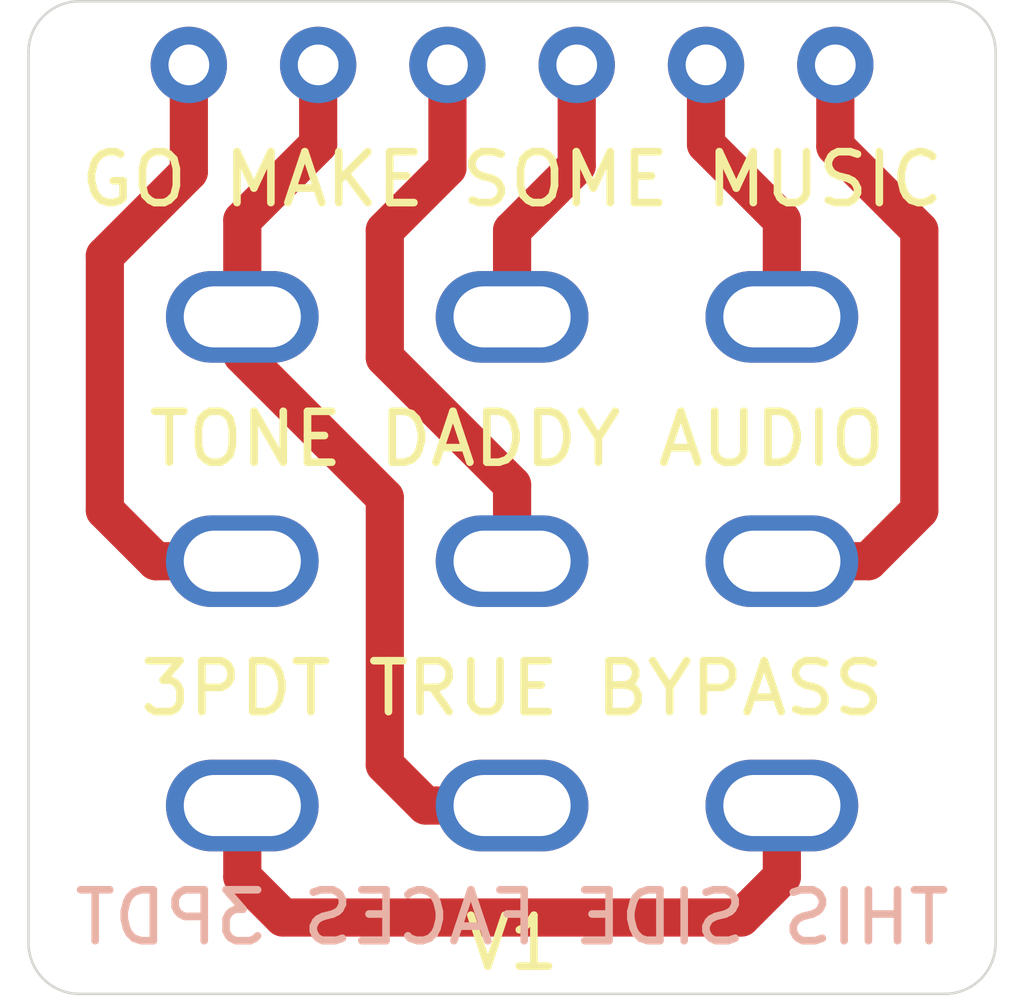
<source format=kicad_pcb>
(kicad_pcb (version 20171130) (host pcbnew "(5.1.6)-1")

  (general
    (thickness 1.6)
    (drawings 17)
    (tracks 40)
    (zones 0)
    (modules 2)
    (nets 8)
  )

  (page A4)
  (layers
    (0 F.Cu signal)
    (31 B.Cu signal)
    (32 B.Adhes user)
    (33 F.Adhes user)
    (34 B.Paste user)
    (35 F.Paste user)
    (36 B.SilkS user)
    (37 F.SilkS user)
    (38 B.Mask user)
    (39 F.Mask user)
    (40 Dwgs.User user hide)
    (41 Cmts.User user)
    (42 Eco1.User user)
    (43 Eco2.User user)
    (44 Edge.Cuts user)
    (45 Margin user)
    (46 B.CrtYd user)
    (47 F.CrtYd user hide)
    (48 B.Fab user)
    (49 F.Fab user hide)
  )

  (setup
    (last_trace_width 0.25)
    (user_trace_width 0.5)
    (user_trace_width 0.75)
    (trace_clearance 0.2)
    (zone_clearance 0.508)
    (zone_45_only no)
    (trace_min 0.2)
    (via_size 0.8)
    (via_drill 0.4)
    (via_min_size 0.4)
    (via_min_drill 0.3)
    (uvia_size 0.3)
    (uvia_drill 0.1)
    (uvias_allowed no)
    (uvia_min_size 0.2)
    (uvia_min_drill 0.1)
    (edge_width 0.05)
    (segment_width 0.2)
    (pcb_text_width 0.3)
    (pcb_text_size 1.5 1.5)
    (mod_edge_width 0.12)
    (mod_text_size 1 1)
    (mod_text_width 0.15)
    (pad_size 1.524 1.524)
    (pad_drill 0.762)
    (pad_to_mask_clearance 0.05)
    (aux_axis_origin 0 0)
    (grid_origin 152.300001 89.840001)
    (visible_elements 7FFFFFFF)
    (pcbplotparams
      (layerselection 0x010f0_ffffffff)
      (usegerberextensions false)
      (usegerberattributes true)
      (usegerberadvancedattributes true)
      (creategerberjobfile true)
      (excludeedgelayer true)
      (linewidth 0.100000)
      (plotframeref false)
      (viasonmask false)
      (mode 1)
      (useauxorigin false)
      (hpglpennumber 1)
      (hpglpenspeed 20)
      (hpglpendiameter 15.000000)
      (psnegative false)
      (psa4output false)
      (plotreference true)
      (plotvalue true)
      (plotinvisibletext false)
      (padsonsilk false)
      (subtractmaskfromsilk false)
      (outputformat 1)
      (mirror false)
      (drillshape 0)
      (scaleselection 1)
      (outputdirectory "C:/Users/azuck/Desktop/tone-daddy/3pdt-true-bypass/FINAL/"))
  )

  (net 0 "")
  (net 1 "Net-(J1-Pad1)")
  (net 2 "Net-(J1-Pad2)")
  (net 3 "Net-(J1-Pad3)")
  (net 4 "Net-(J1-Pad4)")
  (net 5 "Net-(J1-Pad5)")
  (net 6 "Net-(J1-Pad6)")
  (net 7 "Net-(SW1-Pad3)")

  (net_class Default "This is the default net class."
    (clearance 0.2)
    (trace_width 0.25)
    (via_dia 0.8)
    (via_drill 0.4)
    (uvia_dia 0.3)
    (uvia_drill 0.1)
    (add_net "Net-(J1-Pad1)")
    (add_net "Net-(J1-Pad2)")
    (add_net "Net-(J1-Pad3)")
    (add_net "Net-(J1-Pad4)")
    (add_net "Net-(J1-Pad5)")
    (add_net "Net-(J1-Pad6)")
    (add_net "Net-(SW1-Pad3)")
  )

  (module tone-daddy:3PDT (layer F.Cu) (tedit 60DE730D) (tstamp 60DED246)
    (at 152.300001 89.840001)
    (path /60DE9681)
    (fp_text reference SW1 (at 0 7) (layer F.SilkS) hide
      (effects (font (size 1 1) (thickness 0.15)))
    )
    (fp_text value 3PDT (at 0 -0.5) (layer F.Fab)
      (effects (font (size 1 1) (thickness 0.15)))
    )
    (fp_line (start -10 -8.5) (end 0 -8.5) (layer F.Fab) (width 0.12))
    (fp_line (start -10 8.5) (end -10 -8.5) (layer F.Fab) (width 0.12))
    (fp_line (start 10 8.5) (end -10 8.5) (layer F.Fab) (width 0.12))
    (fp_line (start 10 -8.5) (end 10 8.5) (layer F.Fab) (width 0.12))
    (fp_line (start 0 -8.5) (end 10 -8.5) (layer F.Fab) (width 0.12))
    (pad 4 thru_hole oval (at 0 -4.8) (size 3 1.8) (drill oval 2.3 1.2) (layers *.Cu *.Mask)
      (net 4 "Net-(J1-Pad4)"))
    (pad 5 thru_hole oval (at 0 0) (size 3 1.8) (drill oval 2.3 1.2) (layers *.Cu *.Mask)
      (net 3 "Net-(J1-Pad3)"))
    (pad 6 thru_hole oval (at 0 4.8) (size 3 1.8) (drill oval 2.3 1.2) (layers *.Cu *.Mask)
      (net 2 "Net-(J1-Pad2)"))
    (pad 1 thru_hole oval (at -5.3 -4.8) (size 3 1.8) (drill oval 2.3 1.2) (layers *.Cu *.Mask)
      (net 2 "Net-(J1-Pad2)"))
    (pad 2 thru_hole oval (at -5.3 0) (size 3 1.8) (drill oval 2.3 1.2) (layers *.Cu *.Mask)
      (net 1 "Net-(J1-Pad1)"))
    (pad 3 thru_hole oval (at -5.3 4.8) (size 3 1.8) (drill oval 2.3 1.2) (layers *.Cu *.Mask)
      (net 7 "Net-(SW1-Pad3)"))
    (pad 7 thru_hole oval (at 5.3 -4.8) (size 3 1.8) (drill oval 2.3 1.2) (layers *.Cu *.Mask)
      (net 5 "Net-(J1-Pad5)"))
    (pad 8 thru_hole oval (at 5.3 0) (size 3 1.8) (drill oval 2.3 1.2) (layers *.Cu *.Mask)
      (net 6 "Net-(J1-Pad6)"))
    (pad 9 thru_hole oval (at 5.3 4.8) (size 3 1.8) (drill oval 2.3 1.2) (layers *.Cu *.Mask)
      (net 7 "Net-(SW1-Pad3)"))
  )

  (module tone-daddy:1x06 (layer F.Cu) (tedit 60DE73BD) (tstamp 60DED234)
    (at 152.300001 80.090001)
    (path /60DEAB6D)
    (fp_text reference J1 (at 0 2.54) (layer F.SilkS) hide
      (effects (font (size 1 1) (thickness 0.15)))
    )
    (fp_text value Conn_01x06 (at 0 0) (layer F.Fab)
      (effects (font (size 1 1) (thickness 0.15)))
    )
    (pad 1 thru_hole circle (at -6.35 0) (size 1.5 1.5) (drill 0.8) (layers *.Cu *.Mask)
      (net 1 "Net-(J1-Pad1)"))
    (pad 2 thru_hole circle (at -3.81 0) (size 1.5 1.5) (drill 0.8) (layers *.Cu *.Mask)
      (net 2 "Net-(J1-Pad2)"))
    (pad 3 thru_hole circle (at -1.27 0) (size 1.5 1.5) (drill 0.8) (layers *.Cu *.Mask)
      (net 3 "Net-(J1-Pad3)"))
    (pad 4 thru_hole circle (at 1.27 0) (size 1.5 1.5) (drill 0.8) (layers *.Cu *.Mask)
      (net 4 "Net-(J1-Pad4)"))
    (pad 5 thru_hole circle (at 3.81 0) (size 1.5 1.5) (drill 0.8) (layers *.Cu *.Mask)
      (net 5 "Net-(J1-Pad5)"))
    (pad 6 thru_hole circle (at 6.35 0) (size 1.5 1.5) (drill 0.8) (layers *.Cu *.Mask)
      (net 6 "Net-(J1-Pad6)"))
  )

  (gr_arc (start 160.800001 97.340001) (end 160.800001 98.340001) (angle -90) (layer Edge.Cuts) (width 0.05) (tstamp 611A1C2F))
  (gr_arc (start 143.800001 97.340001) (end 142.800001 97.340001) (angle -90) (layer Edge.Cuts) (width 0.05) (tstamp 611A1C2F))
  (gr_text "GO MAKE SOME MUSIC" (at 152.300001 82.340001) (layer F.SilkS)
    (effects (font (size 1 1) (thickness 0.15)))
  )
  (gr_text V1 (at 152.300001 97.340001) (layer F.SilkS)
    (effects (font (size 1 1) (thickness 0.15)))
  )
  (gr_text "3PDT TRUE BYPASS" (at 152.300001 92.340001) (layer F.SilkS)
    (effects (font (size 1 1) (thickness 0.15)))
  )
  (gr_text "TONE DADDY AUDIO" (at 152.400001 87.440001) (layer F.SilkS)
    (effects (font (size 1 1) (thickness 0.15)))
  )
  (dimension 19.5 (width 0.15) (layer Dwgs.User)
    (gr_text "19.500 mm" (at 176.600001 88.590001 90) (layer Dwgs.User)
      (effects (font (size 1 1) (thickness 0.15)))
    )
    (feature1 (pts (xy 161.800001 78.840001) (xy 175.886422 78.840001)))
    (feature2 (pts (xy 161.800001 98.340001) (xy 175.886422 98.340001)))
    (crossbar (pts (xy 175.300001 98.340001) (xy 175.300001 78.840001)))
    (arrow1a (pts (xy 175.300001 78.840001) (xy 175.886422 79.966505)))
    (arrow1b (pts (xy 175.300001 78.840001) (xy 174.71358 79.966505)))
    (arrow2a (pts (xy 175.300001 98.340001) (xy 175.886422 97.213497)))
    (arrow2b (pts (xy 175.300001 98.340001) (xy 174.71358 97.213497)))
  )
  (dimension 18 (width 0.15) (layer Dwgs.User)
    (gr_text "18.000 mm" (at 152.300001 101.14) (layer Dwgs.User)
      (effects (font (size 1 1) (thickness 0.15)))
    )
    (feature1 (pts (xy 161.300001 98.340001) (xy 161.300001 100.426421)))
    (feature2 (pts (xy 143.300001 98.340001) (xy 143.300001 100.426421)))
    (crossbar (pts (xy 143.300001 99.84) (xy 161.300001 99.84)))
    (arrow1a (pts (xy 161.300001 99.84) (xy 160.173497 100.426421)))
    (arrow1b (pts (xy 161.300001 99.84) (xy 160.173497 99.253579)))
    (arrow2a (pts (xy 143.300001 99.84) (xy 144.426505 100.426421)))
    (arrow2b (pts (xy 143.300001 99.84) (xy 144.426505 99.253579)))
  )
  (dimension 20 (width 0.15) (layer Dwgs.User)
    (gr_text "20.000 mm" (at 152.300001 104.14) (layer Dwgs.User)
      (effects (font (size 1 1) (thickness 0.15)))
    )
    (feature1 (pts (xy 162.300001 98.340001) (xy 162.300001 103.426421)))
    (feature2 (pts (xy 142.300001 98.340001) (xy 142.300001 103.426421)))
    (crossbar (pts (xy 142.300001 102.84) (xy 162.300001 102.84)))
    (arrow1a (pts (xy 162.300001 102.84) (xy 161.173497 103.426421)))
    (arrow1b (pts (xy 162.300001 102.84) (xy 161.173497 102.253579)))
    (arrow2a (pts (xy 142.300001 102.84) (xy 143.426505 103.426421)))
    (arrow2b (pts (xy 142.300001 102.84) (xy 143.426505 102.253579)))
  )
  (dimension 17 (width 0.15) (layer Dwgs.User)
    (gr_text "17.000 mm" (at 169.100001 89.840001 270) (layer Dwgs.User)
      (effects (font (size 1 1) (thickness 0.15)))
    )
    (feature1 (pts (xy 162.300001 98.340001) (xy 168.386422 98.340001)))
    (feature2 (pts (xy 162.300001 81.340001) (xy 168.386422 81.340001)))
    (crossbar (pts (xy 167.800001 81.340001) (xy 167.800001 98.340001)))
    (arrow1a (pts (xy 167.800001 98.340001) (xy 167.21358 97.213497)))
    (arrow1b (pts (xy 167.800001 98.340001) (xy 168.386422 97.213497)))
    (arrow2a (pts (xy 167.800001 81.340001) (xy 167.21358 82.466505)))
    (arrow2b (pts (xy 167.800001 81.340001) (xy 168.386422 82.466505)))
  )
  (gr_arc (start 143.800001 79.840001) (end 143.800001 78.840001) (angle -90) (layer Edge.Cuts) (width 0.05))
  (gr_arc (start 160.800001 79.840001) (end 161.800001 79.840001) (angle -90) (layer Edge.Cuts) (width 0.05))
  (gr_text "THIS SIDE FACES 3PDT" (at 152.300001 96.840001) (layer B.SilkS)
    (effects (font (size 1 1) (thickness 0.15)) (justify mirror))
  )
  (gr_line (start 142.800001 79.840001) (end 142.800001 97.340001) (layer Edge.Cuts) (width 0.05) (tstamp 60DED2B3))
  (gr_line (start 160.800001 78.840001) (end 143.800001 78.840001) (layer Edge.Cuts) (width 0.05))
  (gr_line (start 161.800001 97.340001) (end 161.800001 79.840001) (layer Edge.Cuts) (width 0.05))
  (gr_line (start 143.800001 98.340001) (end 160.800001 98.340001) (layer Edge.Cuts) (width 0.05))

  (segment (start 146.05 80.24) (end 145.950001 80.339999) (width 0.75) (layer F.Cu) (net 1))
  (segment (start 144.300001 88.840001) (end 145.300001 89.840001) (width 0.75) (layer F.Cu) (net 1))
  (segment (start 144.300001 83.840001) (end 144.300001 88.840001) (width 0.75) (layer F.Cu) (net 1))
  (segment (start 145.300001 89.840001) (end 147.000001 89.840001) (width 0.75) (layer F.Cu) (net 1))
  (segment (start 145.950001 80.24) (end 145.950001 82.190001) (width 0.75) (layer F.Cu) (net 1))
  (segment (start 145.950001 82.190001) (end 144.300001 83.840001) (width 0.75) (layer F.Cu) (net 1))
  (segment (start 148.59 80.24) (end 148.490001 80.339999) (width 0.75) (layer F.Cu) (net 2))
  (segment (start 150.600001 94.640001) (end 152.300001 94.640001) (width 0.75) (layer F.Cu) (net 2))
  (segment (start 149.800001 93.840001) (end 150.600001 94.640001) (width 0.75) (layer F.Cu) (net 2))
  (segment (start 147.000001 85.040001) (end 147.000001 85.790001) (width 0.75) (layer F.Cu) (net 2))
  (segment (start 149.800001 88.590001) (end 149.800001 93.840001) (width 0.75) (layer F.Cu) (net 2))
  (segment (start 147.000001 85.790001) (end 149.800001 88.590001) (width 0.75) (layer F.Cu) (net 2))
  (segment (start 147.000001 83.140001) (end 147.000001 85.040001) (width 0.75) (layer F.Cu) (net 2))
  (segment (start 148.490001 80.24) (end 148.490001 81.650001) (width 0.75) (layer F.Cu) (net 2))
  (segment (start 148.490001 81.650001) (end 147.000001 83.140001) (width 0.75) (layer F.Cu) (net 2))
  (segment (start 151.13 80.24) (end 151.030001 80.339999) (width 0.75) (layer F.Cu) (net 3))
  (segment (start 152.300001 88.340001) (end 152.300001 89.840001) (width 0.75) (layer F.Cu) (net 3))
  (segment (start 149.800001 85.840001) (end 152.300001 88.340001) (width 0.75) (layer F.Cu) (net 3))
  (segment (start 149.800001 83.340001) (end 149.800001 85.840001) (width 0.75) (layer F.Cu) (net 3))
  (segment (start 151.030001 80.24) (end 151.030001 82.110001) (width 0.75) (layer F.Cu) (net 3))
  (segment (start 151.030001 82.110001) (end 149.800001 83.340001) (width 0.75) (layer F.Cu) (net 3))
  (segment (start 153.67 80.24) (end 153.570001 80.339999) (width 0.75) (layer F.Cu) (net 4))
  (segment (start 152.300001 83.340001) (end 152.300001 85.040001) (width 0.75) (layer F.Cu) (net 4))
  (segment (start 153.570001 80.24) (end 153.570001 82.070001) (width 0.75) (layer F.Cu) (net 4))
  (segment (start 153.570001 82.070001) (end 152.300001 83.340001) (width 0.75) (layer F.Cu) (net 4))
  (segment (start 156.21 80.24) (end 156.110001 80.339999) (width 0.75) (layer F.Cu) (net 5))
  (segment (start 157.600001 83.140001) (end 157.600001 85.040001) (width 0.75) (layer F.Cu) (net 5))
  (segment (start 156.110001 80.24) (end 156.110001 81.650001) (width 0.75) (layer F.Cu) (net 5))
  (segment (start 156.110001 81.650001) (end 157.600001 83.140001) (width 0.75) (layer F.Cu) (net 5))
  (segment (start 158.75 80.24) (end 158.650001 80.339999) (width 0.75) (layer F.Cu) (net 6))
  (segment (start 159.300001 89.840001) (end 157.600001 89.840001) (width 0.75) (layer F.Cu) (net 6))
  (segment (start 160.300001 88.840001) (end 159.300001 89.840001) (width 0.75) (layer F.Cu) (net 6))
  (segment (start 160.300001 83.340001) (end 160.300001 88.840001) (width 0.75) (layer F.Cu) (net 6))
  (segment (start 158.650001 80.24) (end 158.650001 81.690001) (width 0.75) (layer F.Cu) (net 6))
  (segment (start 158.650001 81.690001) (end 160.300001 83.340001) (width 0.75) (layer F.Cu) (net 6))
  (segment (start 157.600001 96.040001) (end 157.600001 94.640001) (width 0.75) (layer F.Cu) (net 7))
  (segment (start 156.800001 96.840001) (end 157.600001 96.040001) (width 0.75) (layer F.Cu) (net 7))
  (segment (start 147.800001 96.840001) (end 156.800001 96.840001) (width 0.75) (layer F.Cu) (net 7))
  (segment (start 147.000001 94.640001) (end 147.000001 96.040001) (width 0.75) (layer F.Cu) (net 7))
  (segment (start 147.000001 96.040001) (end 147.800001 96.840001) (width 0.75) (layer F.Cu) (net 7))

)

</source>
